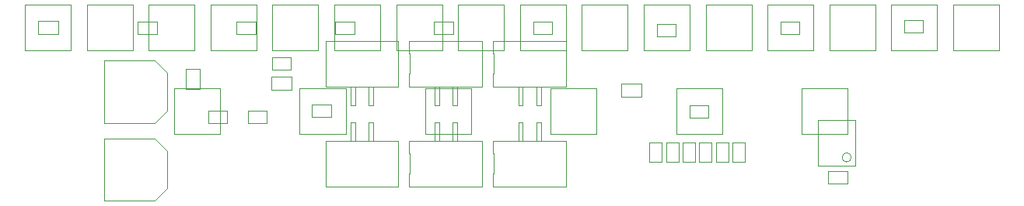
<source format=gbr>
%TF.GenerationSoftware,Altium Limited,Altium Designer,20.0.11 (256)*%
G04 Layer_Color=16711935*
%FSLAX26Y26*%
%MOIN*%
%TF.FileFunction,Other,Mechanical_13*%
%TF.Part,Single*%
G01*
G75*
%TA.AperFunction,NonConductor*%
%ADD62C,0.003937*%
D62*
X7867992Y1257008D02*
G03*
X7867992Y1257008I-19685J0D01*
G01*
X6968307Y1516457D02*
Y1573543D01*
X6881693Y1516457D02*
Y1573543D01*
Y1516457D02*
X6968307D01*
X6881693Y1573543D02*
X6968307D01*
X5555197Y1483986D02*
X5637874D01*
X5555197Y1430837D02*
X5637874D01*
X5555197D02*
Y1483986D01*
X5637874Y1430837D02*
Y1483986D01*
X7173662Y1481575D02*
X7256339D01*
X7173662Y1428425D02*
X7256339D01*
X7173662D02*
Y1481575D01*
X7256339Y1428425D02*
Y1481575D01*
X7853425Y1356575D02*
Y1553425D01*
X7656575D02*
X7853425D01*
X7656575Y1356575D02*
X7853425D01*
X7656575D02*
Y1553425D01*
X7315110Y1356575D02*
Y1553425D01*
X7118260D02*
X7315110D01*
X7118260Y1356575D02*
X7315110D01*
X7118260D02*
Y1553425D01*
X6776795Y1356575D02*
Y1553425D01*
X6579945D02*
X6776795D01*
X6579945Y1356575D02*
X6776795D01*
X6579945D02*
Y1553425D01*
X6238480Y1356575D02*
Y1553425D01*
X6041630D02*
X6238480D01*
X6041630Y1356575D02*
X6238480D01*
X6041630D02*
Y1553425D01*
X5700165Y1356575D02*
Y1553425D01*
X5503315D02*
X5700165D01*
X5503315Y1356575D02*
X5700165D01*
X5503315D02*
Y1553425D01*
X5161850Y1356575D02*
Y1553425D01*
X4965000D02*
X5161850D01*
X4965000Y1356575D02*
X5161850D01*
X4965000D02*
Y1553425D01*
X7563662Y1841575D02*
X7646339D01*
X7563662Y1788425D02*
X7646339D01*
X7563662D02*
Y1841575D01*
X7646339Y1788425D02*
Y1841575D01*
X7033662Y1778425D02*
X7116339D01*
X7033662Y1831575D02*
X7116339D01*
Y1778425D02*
Y1831575D01*
X7033662Y1778425D02*
Y1831575D01*
X6079662Y1788425D02*
X6162339D01*
X6079662Y1841575D02*
X6162339D01*
Y1788425D02*
Y1841575D01*
X6079662Y1788425D02*
Y1841575D01*
X5231662Y1788425D02*
X5314339D01*
X5231662Y1841575D02*
X5314339D01*
Y1788425D02*
Y1841575D01*
X5231662Y1788425D02*
Y1841575D01*
X4880709Y1406142D02*
X4933858Y1459291D01*
X4666142Y1406142D02*
X4880709D01*
X4666142D02*
Y1673858D01*
X4880709D01*
X4933858Y1620709D01*
Y1459291D02*
Y1620709D01*
X4880709Y1071142D02*
X4933858Y1124291D01*
X4666142Y1071142D02*
X4880709D01*
X4666142D02*
Y1338858D01*
X4880709D01*
X4933858Y1285709D01*
Y1124291D02*
Y1285709D01*
X7412040Y1238661D02*
Y1321339D01*
X7358891Y1238661D02*
Y1321339D01*
X7412040D01*
X7358891Y1238661D02*
X7412040D01*
X7056575D02*
Y1321339D01*
X7003425Y1238661D02*
Y1321339D01*
X7056575D01*
X7003425Y1238661D02*
X7056575D01*
X7127668D02*
Y1321339D01*
X7074518Y1238661D02*
Y1321339D01*
X7127668D01*
X7074518Y1238661D02*
X7127668D01*
X7198761D02*
Y1321339D01*
X7145611Y1238661D02*
Y1321339D01*
X7198761D01*
X7145611Y1238661D02*
X7198761D01*
X7269854D02*
Y1321339D01*
X7216704Y1238661D02*
Y1321339D01*
X7269854D01*
X7216704Y1238661D02*
X7269854D01*
X7340947D02*
Y1321339D01*
X7287798Y1238661D02*
Y1321339D01*
X7340947D01*
X7287798Y1238661D02*
X7340947D01*
X5381693Y1546457D02*
Y1603543D01*
X5468307Y1546457D02*
Y1603543D01*
X5381693D02*
X5468307D01*
X5381693Y1546457D02*
X5468307D01*
X5016457Y1551693D02*
X5073543D01*
X5016457Y1638307D02*
X5073543D01*
X5016457Y1551693D02*
Y1638307D01*
X5073543Y1551693D02*
Y1638307D01*
X4807661Y1788425D02*
X4890338D01*
X4807661Y1841575D02*
X4890338D01*
Y1788425D02*
Y1841575D01*
X4807661Y1788425D02*
Y1841575D01*
X5655662D02*
X5738339D01*
X5655662Y1788425D02*
X5738339D01*
X5655662D02*
Y1841575D01*
X5738339Y1788425D02*
Y1841575D01*
X6503662D02*
X6586339D01*
X6503662Y1788425D02*
X6586339D01*
X6503662D02*
Y1841575D01*
X6586339Y1788425D02*
Y1841575D01*
X8093662Y1846575D02*
X8176339D01*
X8093662Y1793425D02*
X8176339D01*
X8093662D02*
Y1846575D01*
X8176339Y1793425D02*
Y1846575D01*
X7768662Y1196575D02*
X7851339D01*
X7768662Y1143425D02*
X7851339D01*
X7768662D02*
Y1196575D01*
X7851339Y1143425D02*
Y1196575D01*
X8501845Y1716575D02*
Y1913425D01*
X8304995D02*
X8501845D01*
X8304995Y1716575D02*
X8501845D01*
X8304995D02*
Y1913425D01*
X8236512Y1716575D02*
Y1913425D01*
X8039662D02*
X8236512D01*
X8039662Y1716575D02*
X8236512D01*
X8039662D02*
Y1913425D01*
X7971179Y1716575D02*
Y1913425D01*
X7774329D02*
X7971179D01*
X7774329Y1716575D02*
X7971179D01*
X7774329D02*
Y1913425D01*
X7705846Y1716575D02*
Y1913425D01*
X7508996D02*
X7705846D01*
X7508996Y1716575D02*
X7705846D01*
X7508996D02*
Y1913425D01*
X7440513Y1716575D02*
Y1913425D01*
X7243663D02*
X7440513D01*
X7243663Y1716575D02*
X7440513D01*
X7243663D02*
Y1913425D01*
X7175180Y1716575D02*
Y1913425D01*
X6978330D02*
X7175180D01*
X6978330Y1716575D02*
X7175180D01*
X6978330D02*
Y1913425D01*
X6909847Y1716575D02*
Y1913425D01*
X6712997D02*
X6909847D01*
X6712997Y1716575D02*
X6909847D01*
X6712997D02*
Y1913425D01*
X6644514Y1716575D02*
Y1913425D01*
X6447664D02*
X6644514D01*
X6447664Y1716575D02*
X6644514D01*
X6447664D02*
Y1913425D01*
X6379181Y1716575D02*
Y1913425D01*
X6182331D02*
X6379181D01*
X6182331Y1716575D02*
X6379181D01*
X6182331D02*
Y1913425D01*
X6113848Y1716575D02*
Y1913425D01*
X5916998D02*
X6113848D01*
X5916998Y1716575D02*
X6113848D01*
X5916998D02*
Y1913425D01*
X5848515Y1716575D02*
Y1913425D01*
X5651665D02*
X5848515D01*
X5651665Y1716575D02*
X5848515D01*
X5651665D02*
Y1913425D01*
X5317849Y1716575D02*
Y1913425D01*
X5120999D02*
X5317849D01*
X5120999Y1716575D02*
X5317849D01*
X5120999D02*
Y1913425D01*
X5583182Y1716575D02*
Y1913425D01*
X5386332D02*
X5583182D01*
X5386332Y1716575D02*
X5583182D01*
X5386332D02*
Y1913425D01*
X5052516Y1716575D02*
Y1913425D01*
X4855666D02*
X5052516D01*
X4855666Y1716575D02*
X5052516D01*
X4855666D02*
Y1913425D01*
X4787183Y1716575D02*
Y1913425D01*
X4590333D02*
X4787183D01*
X4590333Y1716575D02*
X4787183D01*
X4590333D02*
Y1913425D01*
X4521850Y1716575D02*
Y1913425D01*
X4325000D02*
X4521850D01*
X4325000Y1716575D02*
X4521850D01*
X4325000D02*
Y1913425D01*
X4468307Y1787441D02*
Y1844528D01*
X4381693Y1787441D02*
Y1844528D01*
Y1787441D02*
X4468307D01*
X4381693Y1844528D02*
X4468307D01*
X6518898Y1407165D02*
X6538583D01*
X6332874Y1328425D02*
X6645866D01*
X6332874Y1273307D02*
Y1328425D01*
X6538583D02*
Y1407165D01*
X6502165Y1131575D02*
X6645866D01*
Y1273307D02*
Y1328425D01*
X6332874Y1131575D02*
X6476575D01*
X6440158Y1407165D02*
X6459842D01*
X6643898Y1186693D02*
Y1273307D01*
X6518898Y1328425D02*
Y1407165D01*
X6459842Y1328425D02*
Y1407165D01*
X6332874Y1131575D02*
Y1186693D01*
X6476575Y1131575D02*
X6502165D01*
X6643898Y1273307D02*
X6645866D01*
X6440158Y1328425D02*
Y1407165D01*
X6643898Y1186693D02*
X6645866D01*
Y1131575D02*
Y1186693D01*
X6334842D02*
Y1273307D01*
X6332874Y1186693D02*
X6334842D01*
X6332874Y1273307D02*
X6334842D01*
X6159213Y1407165D02*
X6178898D01*
X5973189Y1328425D02*
X6286181D01*
X5973189Y1273307D02*
Y1328425D01*
X6178898D02*
Y1407165D01*
X6142480Y1131575D02*
X6286181D01*
Y1273307D02*
Y1328425D01*
X5973189Y1131575D02*
X6116890D01*
X6080472Y1407165D02*
X6100158D01*
X6284213Y1186693D02*
Y1273307D01*
X6159213Y1328425D02*
Y1407165D01*
X6100158Y1328425D02*
Y1407165D01*
X5973189Y1131575D02*
Y1186693D01*
X6116890Y1131575D02*
X6142480D01*
X6284213Y1273307D02*
X6286181D01*
X6080472Y1328425D02*
Y1407165D01*
X6284213Y1186693D02*
X6286181D01*
Y1131575D02*
Y1186693D01*
X5975158D02*
Y1273307D01*
X5973189Y1186693D02*
X5975157D01*
X5973189Y1273307D02*
X5975157D01*
X5799528Y1407165D02*
X5819213D01*
X5613504Y1328425D02*
X5926496D01*
X5613504Y1273307D02*
Y1328425D01*
X5819213D02*
Y1407165D01*
X5782795Y1131575D02*
X5926496D01*
Y1273307D02*
Y1328425D01*
X5613504Y1131575D02*
X5757205D01*
X5720788Y1407165D02*
X5740472D01*
X5924528Y1186693D02*
Y1273307D01*
X5799528Y1328425D02*
Y1407165D01*
X5740472Y1328425D02*
Y1407165D01*
X5613504Y1131575D02*
Y1186693D01*
X5757205Y1131575D02*
X5782795D01*
X5924528Y1273307D02*
X5926496D01*
X5720788Y1328425D02*
Y1407165D01*
X5924528Y1186693D02*
X5926496D01*
Y1131575D02*
Y1186693D01*
X5615472D02*
Y1273307D01*
X5613504Y1186693D02*
X5615472D01*
X5613504Y1273307D02*
X5615472D01*
X5720787Y1482835D02*
X5740472D01*
X5613504Y1561575D02*
X5926496D01*
Y1616693D01*
X5720787Y1482835D02*
Y1561575D01*
X5613504Y1758425D02*
X5757205D01*
X5613504Y1561575D02*
Y1616693D01*
X5782795Y1758425D02*
X5926496D01*
X5799528Y1482835D02*
X5819212D01*
X5615472Y1616693D02*
Y1703307D01*
X5740472Y1482835D02*
Y1561575D01*
X5799528Y1482835D02*
Y1561575D01*
X5926496Y1703307D02*
Y1758425D01*
X5757205D02*
X5782795D01*
X5613504Y1616693D02*
X5615472D01*
X5819212Y1482835D02*
Y1561575D01*
X5613504Y1703307D02*
X5615472D01*
X5613504D02*
Y1758425D01*
X5924528Y1616693D02*
Y1703307D01*
X5924528D02*
X5926496D01*
X5924528Y1616693D02*
X5926496D01*
X6080472Y1482835D02*
X6100157D01*
X5973189Y1561575D02*
X6286181D01*
Y1616693D01*
X6080472Y1482835D02*
Y1561575D01*
X5973189Y1758425D02*
X6116890D01*
X5973189Y1561575D02*
Y1616693D01*
X6142480Y1758425D02*
X6286181D01*
X6159212Y1482835D02*
X6178898D01*
X5975157Y1616693D02*
Y1703307D01*
X6100157Y1482835D02*
Y1561575D01*
X6159212Y1482835D02*
Y1561575D01*
X6286181Y1703307D02*
Y1758425D01*
X6116890D02*
X6142480D01*
X5973189Y1616693D02*
X5975157D01*
X6178898Y1482835D02*
Y1561575D01*
X5973189Y1703307D02*
X5975157D01*
X5973189D02*
Y1758425D01*
X6284212Y1616693D02*
Y1703307D01*
X6284213D02*
X6286181D01*
X6284213Y1616693D02*
X6286181D01*
X6440157Y1482835D02*
X6459842D01*
X6332874Y1561575D02*
X6645866D01*
Y1616693D01*
X6440157Y1482835D02*
Y1561575D01*
X6332874Y1758425D02*
X6476575D01*
X6332874Y1561575D02*
Y1616693D01*
X6502165Y1758425D02*
X6645866D01*
X6518898Y1482835D02*
X6538583D01*
X6334842Y1616693D02*
Y1703307D01*
X6459842Y1482835D02*
Y1561575D01*
X6518898Y1482835D02*
Y1561575D01*
X6645866Y1703307D02*
Y1758425D01*
X6476575D02*
X6502165D01*
X6332874Y1616693D02*
X6334842D01*
X6538583Y1482835D02*
Y1561575D01*
X6332874Y1703307D02*
X6334842D01*
X6332874D02*
Y1758425D01*
X6643898Y1616693D02*
Y1703307D01*
X6643898D02*
X6645866D01*
X6643898Y1616693D02*
X6645866D01*
X5383661Y1633425D02*
X5466338D01*
X5383661Y1686575D02*
X5466338D01*
Y1633425D02*
Y1686575D01*
X5383661Y1633425D02*
Y1686575D01*
X5110197Y1456575D02*
X5192874D01*
X5110197Y1403425D02*
X5192874D01*
X5110197D02*
Y1456575D01*
X5192874Y1403425D02*
Y1456575D01*
X5280197Y1403425D02*
X5362874D01*
X5280197Y1456575D02*
X5362874D01*
Y1403425D02*
Y1456575D01*
X5280197Y1403425D02*
Y1456575D01*
X7726260Y1418425D02*
X7883740D01*
X7726260Y1221575D02*
X7883740D01*
X7726260D02*
Y1418425D01*
X7883740Y1221575D02*
Y1418425D01*
%TF.MD5,1d04bc384cc828c7a3bb739222b1ca5c*%
M02*

</source>
